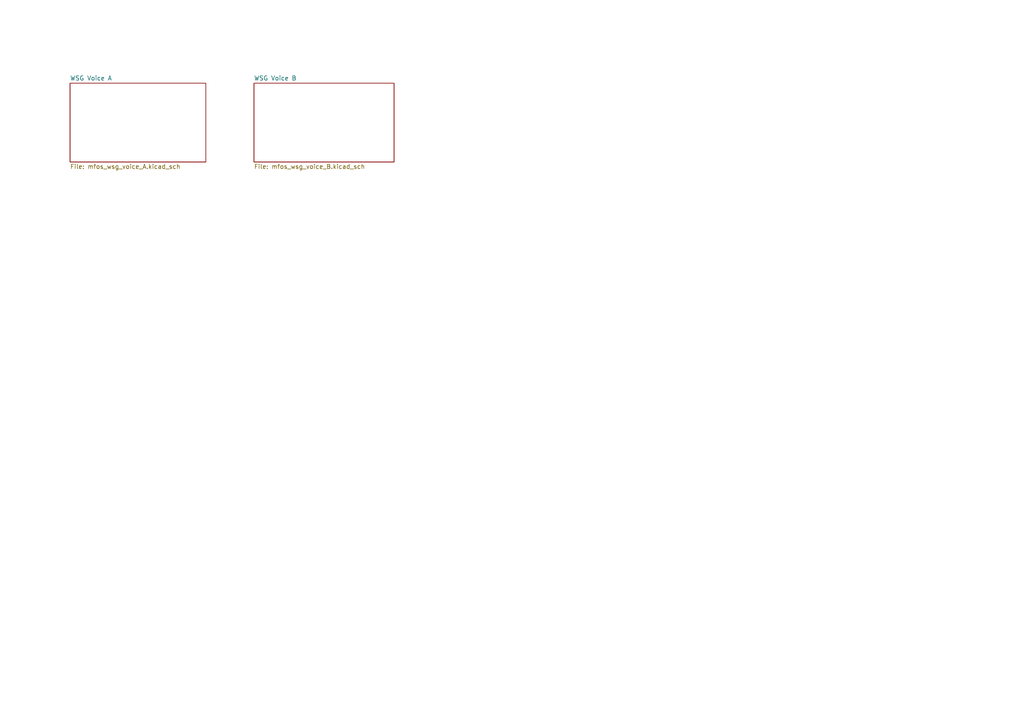
<source format=kicad_sch>
(kicad_sch (version 20211123) (generator eeschema)
  (paper "A4")
  (title_block (title "MFOS: Weird Sounds Generator") (date "2022-07-30") (rev "0.0") (company "Comacero"))
  (lib_symbols)
  (sheet (at 20.32 24.13) (size 39.37 22.86) (stroke (width 0.1524))
    (property "Sheet name" "WSG Voice A" (at 20.32 23.4184 0) (effects (justify left bottom)))
    (property "Sheet file" "mfos_wsg_voice_A.kicad_sch" (at 20.32 47.5746 0) (effects (justify left top)))
  )
  (sheet (at 73.66 24.13) (size 40.64 22.86) (stroke (width 0.1524))
    (property "Sheet name" "WSG Voice B" (at 73.66 23.4184 0) (effects (justify left bottom)))
    (property "Sheet file" "mfos_wsg_voice_B.kicad_sch" (at 73.66 47.5746 0) (effects (justify left top)))
  )
)
</source>
